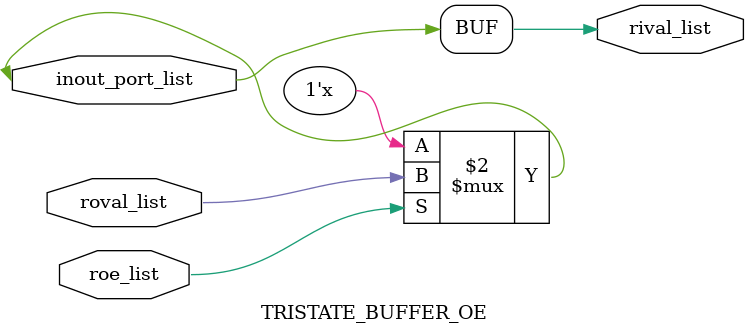
<source format=v>

module TRISTATE_BUFFER_OE
(
	roe_list,
	roval_list,
	rival_list,
	inout_port_list
);

parameter BW_DATA = 1;
parameter NUM_DATA = 1;

localparam  RVX_LPARA_0 = BW_DATA*NUM_DATA;

input wire [RVX_LPARA_0-1:0] roe_list;
input wire [RVX_LPARA_0-1:0] roval_list;
output wire [RVX_LPARA_0-1:0] rival_list;
inout wire [RVX_LPARA_0-1:0] inout_port_list;

genvar i;

generate
	for(i=0; i<RVX_LPARA_0; i=i+1)
	begin : i_split_port
		assign rival_list[i] = inout_port_list[i];
		assign inout_port_list[i] = (roe_list[i]==1'b 1)? roval_list[i] : 1'b z;
	end
endgenerate

endmodule


</source>
